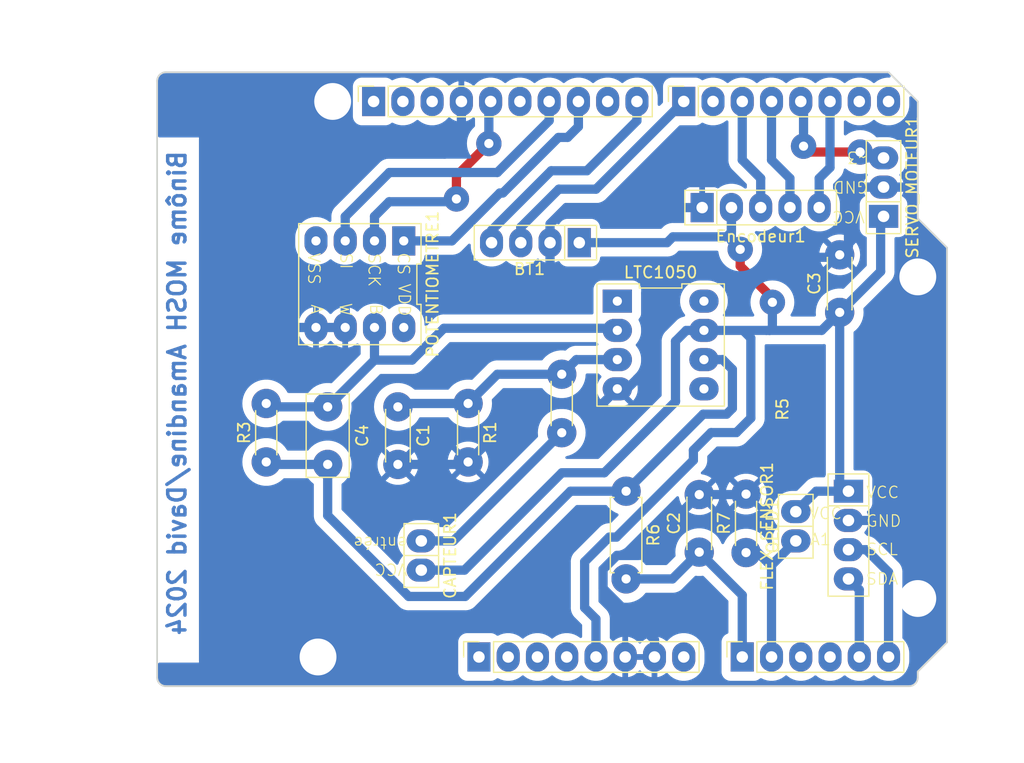
<source format=kicad_pcb>
(kicad_pcb (version 20221018) (generator pcbnew)
  (title_block (date "mar. 31 mars 2015"))
  (layers (0 "F.Cu" signal) (31 "B.Cu" signal) (34 "B.Paste" user) (35 "F.Paste" user) (36 "B.SilkS" user "B.Silkscreen") (37 "F.SilkS" user "F.Silkscreen") (38 "B.Mask" user) (39 "F.Mask" user) (44 "Edge.Cuts" user))
  (net 0 "")
  (net 1 "GND")
  (net 3 "+5V")
  (net 4 "/IOREF")
  (net 5 "/A2")
  (net 6 "/A3")
  (net 7 "Net-(LTC1050-+IN)")
  (net 8 "/12")
  (net 9 "/AREF")
  (net 10 "R2")
  (net 11 "Net-(LTC1050-OUT)")
  (net 12 "Net-(CAPTEUR1-entrée)")
  (net 13 "A4")
  (net 14 "/*6")
  (net 15 "/TX{slash}1")
  (net 16 "D3")
  (net 17 "/RX{slash}0")
  (net 18 "+3V3")
  (net 19 "VCC")
  (net 20 "/~{RESET}")
  (net 24 "/*9")
  (net 25 "TXD")
  (net 26 "RXD")
  (net 27 "SW")
  (net 28 "DATA")
  (net 29 "CLK")
  (net 30 "SCL")
  (net 31 "SCK")
  (net 32 "SI")
  (net 33 "CS")
  (net 34 "A0")
  (net 35 "A1")
  (footprint "Connector_PinSocket_2.54mm:PinSocket_1x08_P2.54mm_Vertical" (layer "F.Cu") (at 127.94 97.46 90)
    (fp_text reference "J1" hide)
    (fp_text value "Power")
    (fp_line (start -1.33 1.27) (end -1.33 19.11) (stroke (width 0.12)) (layer "F.SilkS"))
    (fp_line (start -1.33 1.27) (end 1.33 1.27) (stroke (width 0.12)) (layer "F.SilkS"))
    (fp_line (start -1.33 19.11) (end 1.33 19.11) (stroke (width 0.12)) (layer "F.SilkS"))
    (fp_line (start 0 -1.33) (end 1.33 -1.33) (stroke (width 0.12)) (layer "F.SilkS"))
    (fp_line (start 1.33 -1.33) (end 1.33 0) (stroke (width 0.12)) (layer "F.SilkS"))
    (fp_line (start 1.33 1.27) (end 1.33 19.11) (stroke (width 0.12)) (layer "F.SilkS"))
    (pad "1" thru_hole rect locked (at 0 0 90) (size 2.54 2) (drill 1) (layers "*.Cu" "*.Mask"))
    (pad "2" thru_hole oval locked (at 0 2.54 90) (size 2.54 2) (drill 1) (layers "*.Cu" "*.Mask") (net 4 "/IOREF"))
    (pad "3" thru_hole oval locked (at 0 5.08 90) (size 2.54 2) (drill 1) (layers "*.Cu" "*.Mask") (net 20 "/~{RESET}"))
    (pad "4" thru_hole oval locked (at 0 7.62 90) (size 2.54 2) (drill 1) (layers "*.Cu" "*.Mask") (net 18 "+3V3"))
    (pad "5" thru_hole oval locked (at 0 10.16 90) (size 2.54 2) (drill 1) (layers "*.Cu" "*.Mask") (net 3 "+5V"))
    (pad "6" thru_hole oval locked (at 0 12.7 90) (size 2.54 2) (drill 1) (layers "*.Cu" "*.Mask") (net 1 "GND"))
    (pad "7" thru_hole oval locked (at 0 15.24 90) (size 2.54 2) (drill 1) (layers "*.Cu" "*.Mask") (net 1 "GND"))
    (pad "8" thru_hole oval locked (at 0 17.78 90) (size 2.54 2) (drill 1) (layers "*.Cu" "*.Mask") (net 19 "VCC"))
  )
  (footprint "Connector_PinSocket_2.54mm:PinSocket_1x06_P2.54mm_Vertical" (layer "F.Cu") (at 150.8 97.46 90)
    (fp_text reference "J3" hide)
    (fp_text value "Analog")
    (fp_line (start -1.33 1.27) (end -1.33 14.03) (stroke (width 0.12)) (layer "F.SilkS"))
    (fp_line (start -1.33 1.27) (end 1.33 1.27) (stroke (width 0.12)) (layer "F.SilkS"))
    (fp_line (start -1.33 14.03) (end 1.33 14.03) (stroke (width 0.12)) (layer "F.SilkS"))
    (fp_line (start 0 -1.33) (end 1.33 -1.33) (stroke (width 0.12)) (layer "F.SilkS"))
    (fp_line (start 1.33 -1.33) (end 1.33 0) (stroke (width 0.12)) (layer "F.SilkS"))
    (fp_line (start 1.33 1.27) (end 1.33 14.03) (stroke (width 0.12)) (layer "F.SilkS"))
    (pad "1" thru_hole rect locked (at 0 0 90) (size 2.54 2) (drill 1) (layers "*.Cu" "*.Mask") (net 34 "A0"))
    (pad "2" thru_hole oval locked (at 0 2.54 90) (size 2.54 2) (drill 1) (layers "*.Cu" "*.Mask") (net 35 "A1"))
    (pad "3" thru_hole oval locked (at 0 5.08 90) (size 2.54 2) (drill 1) (layers "*.Cu" "*.Mask") (net 5 "/A2"))
    (pad "4" thru_hole oval locked (at 0 7.62 90) (size 2.54 2) (drill 1) (layers "*.Cu" "*.Mask") (net 6 "/A3"))
    (pad "5" thru_hole oval locked (at 0 10.16 90) (size 2.54 2) (drill 1) (layers "*.Cu" "*.Mask") (net 13 "A4"))
    (pad "6" thru_hole oval locked (at 0 12.7 90) (size 2.54 2) (drill 1) (layers "*.Cu" "*.Mask") (net 30 "SCL"))
  )
  (footprint "Connector_PinSocket_2.54mm:PinSocket_1x10_P2.54mm_Vertical" (layer "F.Cu") (at 118.796 49.2 90)
    (fp_text reference "J2" hide)
    (fp_text value "Digital/PWM")
    (fp_line (start -1.33 1.27) (end -1.33 24.19) (stroke (width 0.12)) (layer "F.SilkS"))
    (fp_line (start -1.33 1.27) (end 1.33 1.27) (stroke (width 0.12)) (layer "F.SilkS"))
    (fp_line (start -1.33 24.19) (end 1.33 24.19) (stroke (width 0.12)) (layer "F.SilkS"))
    (fp_line (start 0 -1.33) (end 1.33 -1.33) (stroke (width 0.12)) (layer "F.SilkS"))
    (fp_line (start 1.33 -1.33) (end 1.33 0) (stroke (width 0.12)) (layer "F.SilkS"))
    (fp_line (start 1.33 1.27) (end 1.33 24.19) (stroke (width 0.12)) (layer "F.SilkS"))
    (pad "1" thru_hole rect locked (at 0 0 90) (size 2.54 2) (drill 1) (layers "*.Cu" "*.Mask") (net 30 "SCL"))
    (pad "2" thru_hole oval locked (at 0 2.54 90) (size 2.54 2) (drill 1) (layers "*.Cu" "*.Mask") (net 13 "A4"))
    (pad "3" thru_hole oval locked (at 0 5.08 90) (size 2.54 2) (drill 1) (layers "*.Cu" "*.Mask") (net 9 "/AREF"))
    (pad "4" thru_hole oval locked (at 0 7.62 90) (size 2.54 2) (drill 1) (layers "*.Cu" "*.Mask") (net 1 "GND"))
    (pad "5" thru_hole oval locked (at 0 10.16 90) (size 2.54 2) (drill 1) (layers "*.Cu" "*.Mask") (net 31 "SCK"))
    (pad "6" thru_hole oval locked (at 0 12.7 90) (size 2.54 2) (drill 1) (layers "*.Cu" "*.Mask") (net 8 "/12"))
    (pad "7" thru_hole oval locked (at 0 15.24 90) (size 2.54 2) (drill 1) (layers "*.Cu" "*.Mask") (net 32 "SI"))
    (pad "8" thru_hole oval locked (at 0 17.78 90) (size 2.54 2) (drill 1) (layers "*.Cu" "*.Mask") (net 33 "CS"))
    (pad "9" thru_hole oval locked (at 0 20.32 90) (size 2.54 2) (drill 1) (layers "*.Cu" "*.Mask") (net 24 "/*9"))
    (pad "10" thru_hole oval locked (at 0 22.86 90) (size 2.54 2) (drill 1) (layers "*.Cu" "*.Mask") (net 26 "RXD"))
  )
  (footprint "Connector_PinSocket_2.54mm:PinSocket_1x08_P2.54mm_Vertical" (layer "F.Cu") (at 145.72 49.2 90)
    (fp_text reference "J4" hide)
    (fp_text value "Digital/PWM")
    (fp_line (start -1.33 1.27) (end -1.33 19.11) (stroke (width 0.12)) (layer "F.SilkS"))
    (fp_line (start -1.33 1.27) (end 1.33 1.27) (stroke (width 0.12)) (layer "F.SilkS"))
    (fp_line (start -1.33 19.11) (end 1.33 19.11) (stroke (width 0.12)) (layer "F.SilkS"))
    (fp_line (start 0 -1.33) (end 1.33 -1.33) (stroke (width 0.12)) (layer "F.SilkS"))
    (fp_line (start 1.33 -1.33) (end 1.33 0) (stroke (width 0.12)) (layer "F.SilkS"))
    (fp_line (start 1.33 1.27) (end 1.33 19.11) (stroke (width 0.12)) (layer "F.SilkS"))
    (pad "1" thru_hole rect locked (at 0 0 90) (size 2.54 2) (drill 1) (layers "*.Cu" "*.Mask") (net 25 "TXD"))
    (pad "2" thru_hole oval locked (at 0 2.54 90) (size 2.54 2) (drill 1) (layers "*.Cu" "*.Mask") (net 14 "/*6"))
    (pad "3" thru_hole oval locked (at 0 5.08 90) (size 2.54 2) (drill 1) (layers "*.Cu" "*.Mask") (net 27 "SW"))
    (pad "4" thru_hole oval locked (at 0 7.62 90) (size 2.54 2) (drill 1) (layers "*.Cu" "*.Mask") (net 28 "DATA"))
    (pad "5" thru_hole oval locked (at 0 10.16 90) (size 2.54 2) (drill 1) (layers "*.Cu" "*.Mask") (net 16 "D3"))
    (pad "6" thru_hole oval locked (at 0 12.7 90) (size 2.54 2) (drill 1) (layers "*.Cu" "*.Mask") (net 29 "CLK"))
    (pad "7" thru_hole oval locked (at 0 15.24 90) (size 2.54 2) (drill 1) (layers "*.Cu" "*.Mask") (net 15 "/TX{slash}1"))
    (pad "8" thru_hole oval locked (at 0 17.78 90) (size 2.54 2) (drill 1) (layers "*.Cu" "*.Mask") (net 17 "/RX{slash}0"))
  )
  (footprint "Ma_Librairie_empreinte_graphene:BT" (layer "F.Cu") (at 132.842 61.468 180)
    (fp_text reference "BT1" (at 0.508 -2.286) (layer "F.SilkS"))
    (fp_text value "~")
    (fp_line (start -5.31 -1.5) (end 5.31 -1.5) (stroke (width 0.12)) (layer "F.SilkS"))
    (fp_line (start -5.31 1.5) (end -5.31 -1.5) (stroke (width 0.12)) (layer "F.SilkS"))
    (fp_line (start -2.54 -1.5) (end -2.54 1.5) (stroke (width 0.12)) (layer "F.SilkS"))
    (fp_line (start 5.31 -1.5) (end 5.31 1.5) (stroke (width 0.12)) (layer "F.SilkS"))
    (fp_line (start 5.31 1.5) (end -5.31 1.5) (stroke (width 0.12)) (layer "F.SilkS"))
    (pad "1" thru_hole rect (at -3.81 0 180) (size 2 2.54) (drill 1) (layers "*.Cu" "*.Mask") (net 3 "+5V"))
    (pad "2" thru_hole oval (at -1.27 0 180) (size 2 2.54) (drill 1) (layers "*.Cu" "*.Mask") (net 1 "GND"))
    (pad "3" thru_hole oval (at 1.27 0 180) (size 2 2.54) (drill 1) (layers "*.Cu" "*.Mask") (net 25 "TXD"))
    (pad "4" thru_hole oval (at 3.81 0 180) (size 2 2.54) (drill 1) (layers "*.Cu" "*.Mask") (net 26 "RXD"))
  )
  (footprint "Ma_Librairie_empreinte_graphene:Flex_Sensor" (layer "F.Cu") (at 155.448 86.106 -90)
    (fp_text reference "FLEX_SENSOR1" (at 0 2.5 90) (layer "F.SilkS"))
    (fp_text value "~")
    (fp_text user "A1" (at 1.7272 -1.1684 unlocked) (layer "F.SilkS") (effects (font (thickness 0.1)) (justify left bottom)))
    (fp_text user "VCC" (at -0.5334 -1.0922 unlocked) (layer "F.SilkS") (effects (font (thickness 0.1)) (justify left bottom)))
    (fp_line (start -2.77 -1.5) (end 2.77 -1.5) (stroke (width 0.12)) (layer "F.SilkS"))
    (fp_line (start -2.77 1.5) (end -2.77 -1.5) (stroke (width 0.12)) (layer "F.SilkS"))
    (fp_line (start 0 -1.5) (end 0 1.5) (stroke (width 0.12)) (layer "F.SilkS"))
    (fp_line (start 2.77 -1.5) (end 2.77 1.5) (stroke (width 0.12)) (layer "F.SilkS"))
    (fp_line (start 2.77 1.5) (end -2.77 1.5) (stroke (width 0.12)) (layer "F.SilkS"))
    (pad "1" thru_hole oval (at -1.27 0 270) (size 2 2.54) (drill 1) (layers "*.Cu" "*.Mask") (net 3 "+5V"))
    (pad "2" thru_hole oval (at 1.27 0 270) (size 2 2.54) (drill 1) (layers "*.Cu" "*.Mask") (net 35 "A1"))
  )
  (footprint "Resistor_THT:R_Axial_DIN0204_L3.6mm_D1.6mm_P5.08mm_Horizontal" (layer "F.Cu") (at 109.474 80.518 90)
    (fp_text reference "R3" (at 2.54 -1.92 90) (layer "F.SilkS"))
    (fp_text value "100k")
    (fp_line (start 0.62 -0.92) (end 4.46 -0.92) (stroke (width 0.12)) (layer "F.SilkS"))
    (fp_line (start 0.62 0.92) (end 4.46 0.92) (stroke (width 0.12)) (layer "F.SilkS"))
    (pad "1" thru_hole circle (at 0 0 90) (size 2.54 2.54) (drill 0.8) (layers "*.Cu" "*.Mask") (net 11 "Net-(LTC1050-OUT)"))
    (pad "2" thru_hole circle (at 5.08 0 90) (size 2.54 2.54) (drill 0.8) (layers "*.Cu" "*.Mask") (net 10 "R2"))
  )
  (footprint "Resistor_THT:R_Axial_DIN0204_L3.6mm_D1.6mm_P5.08mm_Horizontal" (layer "F.Cu") (at 135.128 77.978 90)
    (fp_text reference "R5" (at 2.032 19.162 90) (layer "F.SilkS"))
    (fp_text value "10k")
    (fp_line (start 0.62 -0.92) (end 4.46 -0.92) (stroke (width 0.12)) (layer "F.SilkS"))
    (fp_line (start 0.62 0.92) (end 4.46 0.92) (stroke (width 0.12)) (layer "F.SilkS"))
    (pad "1" thru_hole circle (at 0 0 90) (size 2.54 2.54) (drill 0.8) (layers "*.Cu" "*.Mask") (net 12 "Net-(CAPTEUR1-entrée)"))
    (pad "2" thru_hole circle (at 5.08 0 90) (size 2.54 2.54) (drill 0.8) (layers "*.Cu" "*.Mask") (net 7 "Net-(LTC1050-+IN)"))
  )
  (footprint "Capacitor_THT:C_Disc_D4.3mm_W1.9mm_P5.00mm" (layer "F.Cu") (at 120.904 75.732 -90)
    (fp_text reference "C1" (at 2.5 -2.2 -270) (layer "F.SilkS"))
    (fp_text value "100n")
    (fp_line (start 0.23 -1.07) (end 0.23 -1.055) (stroke (width 0.12)) (layer "F.SilkS"))
    (fp_line (start 0.23 -1.07) (end 4.77 -1.07) (stroke (width 0.12)) (layer "F.SilkS"))
    (fp_line (start 0.23 1.055) (end 0.23 1.07) (stroke (width 0.12)) (layer "F.SilkS"))
    (fp_line (start 0.23 1.07) (end 4.77 1.07) (stroke (width 0.12)) (layer "F.SilkS"))
    (fp_line (start 4.77 -1.07) (end 4.77 -1.055) (stroke (width 0.12)) (layer "F.SilkS"))
    (fp_line (start 4.77 1.055) (end 4.77 1.07) (stroke (width 0.12)) (layer "F.SilkS"))
    (pad "1" thru_hole circle (at 0 0 270) (size 2.54 2.54) (drill 0.8) (layers "*.Cu" "*.Mask") (net 7 "Net-(LTC1050-+IN)"))
    (pad "2" thru_hole circle (at 5 0 270) (size 2.54 2.54) (drill 0.8) (layers "*.Cu" "*.Mask") (net 1 "GND"))
  )
  (footprint "Capacitor_THT:C_Disc_D4.3mm_W1.9mm_P5.00mm" (layer "F.Cu") (at 159.258 67.524 90)
    (fp_text reference "C3" (at 2.5 -2.2 90) (layer "F.SilkS"))
    (fp_text value "100n")
    (fp_line (start 0.23 -1.07) (end 0.23 -1.055) (stroke (width 0.12)) (layer "F.SilkS"))
    (fp_line (start 0.23 -1.07) (end 4.77 -1.07) (stroke (width 0.12)) (layer "F.SilkS"))
    (fp_line (start 0.23 1.055) (end 0.23 1.07) (stroke (width 0.12)) (layer "F.SilkS"))
    (fp_line (start 0.23 1.07) (end 4.77 1.07) (stroke (width 0.12)) (layer "F.SilkS"))
    (fp_line (start 4.77 -1.07) (end 4.77 -1.055) (stroke (width 0.12)) (layer "F.SilkS"))
    (fp_line (start 4.77 1.055) (end 4.77 1.07) (stroke (width 0.12)) (layer "F.SilkS"))
    (pad "1" thru_hole circle (at 0 0 90) (size 2.54 2.54) (drill 0.8) (layers "*.Cu" "*.Mask") (net 3 "+5V"))
    (pad "2" thru_hole circle (at 5 0 90) (size 2.54 2.54) (drill 0.8) (layers "*.Cu" "*.Mask") (net 1 "GND"))
  )
  (footprint "Arduino_MountingHole:MountingHole_3.2mm" (layer "F.Cu") (at 115.24 49.2)
    (fp_text reference "MH1" hide)
    (fp_text value "MountingHole_3.2mm" hide)
    (pad "" np_thru_hole circle locked (at 0 0) (size 3.2 3.2) (drill 3.2) (layers "*.Cu" "*.Mask"))
  )
  (footprint "Ma_Librairie_empreinte_graphene:MCP41050" (layer "F.Cu") (at 117.602 65.074 180)
    (fp_text reference "POTENTIOMETRE1" (at -6.31 0 90) (layer "F.SilkS"))
    (fp_text value "~")
    (fp_text user "CS" (at -3.2004 2.8194 270 unlocked) (layer "F.SilkS") (effects (font (thickness 0.1)) (justify left bottom)))
    (fp_text user "A" (at 4.318 -1.6764 270 unlocked) (layer "F.SilkS") (effects (font (thickness 0.1)) (justify left bottom)))
    (fp_text user "SI" (at 1.778 2.794 270 unlocked) (layer "F.SilkS") (effects (font (thickness 0.1)) (justify left bottom)))
    (fp_text user "VDD" (at -3.2766 0.127 270 unlocked) (layer "F.SilkS") (effects (font (thickness 0.1)) (justify left bottom)))
    (fp_text user "W" (at 1.8288 -1.5494 270 unlocked) (layer "F.SilkS") (effects (font (thickness 0.1)) (justify left bottom)))
    (fp_text user "B" (at -0.8128 -1.6256 270 unlocked) (layer "F.SilkS") (effects (font (thickness 0.1)) (justify left bottom)))
    (fp_text user "VSS" (at 4.572 2.794 270 unlocked) (layer "F.SilkS") (effects (font (thickness 0.1)) (justify left bottom)))
    (fp_text user "SCK" (at -0.6604 2.7686 270 unlocked) (layer "F.SilkS") (effects (font (thickness 0.1)) (justify left bottom)))
    (fp_line (start -5.31 -5.26) (end -5.31 -1.753333) (stroke (width 0.12)) (layer "F.SilkS"))
    (fp_line (start -5.31 -1.753333) (end -4.95 -1.753333) (stroke (width 0.12)) (layer "F.SilkS"))
    (fp_line (start -5.31 1.753333) (end -5.31 5.26) (stroke (width 0.12)) (layer "F.SilkS"))
    (fp_line (start -5.31 5.26) (end 5.31 5.26) (stroke (width 0.12)) (layer "F.SilkS"))
    (fp_line (start -4.95 -1.753333) (end -4.95 1.753333) (stroke (width 0.12)) (layer "F.SilkS"))
    (fp_line (start -4.95 1.753333) (end -5.31 1.753333) (stroke (width 0.12)) (layer "F.SilkS"))
    (fp_line (start 5.31 -5.26) (end -5.31 -5.26) (stroke (width 0.12)) (layer "F.SilkS"))
    (fp_line (start 5.31 5.26) (end 5.31 -5.26) (stroke (width 0.12)) (layer "F.SilkS"))
    (pad "1" thru_hole rect (at -3.81 3.76 180) (size 2 2.54) (drill 0.8) (layers "*.Cu" "*.Mask") (net 33 "CS"))
    (pad "2" thru_hole oval (at -1.27 3.76 180) (size 2 2.54) (drill 0.8) (layers "*.Cu" "*.Mask") (net 31 "SCK"))
    (pad "3" thru_hole oval (at 1.27 3.76 180) (size 2 2.54) (drill 0.8) (layers "*.Cu" "*.Mask") (net 32 "SI"))
    (pad "4" thru_hole oval (at 3.81 3.76 180) (size 2 2.54) (drill 0.8) (layers "*.Cu" "*.Mask"))
    (pad "5" thru_hole oval (at 3.81 -3.76 180) (size 2 2.54) (drill 0.8) (layers "*.Cu" "*.Mask") (net 1 "GND"))
    (pad "6" thru_hole oval (at 1.27 -3.76 180) (size 2 2.54) (drill 0.8) (layers "*.Cu" "*.Mask") (net 1 "GND"))
    (pad "7" thru_hole oval (at -1.27 -3.76 180) (size 2 2.54) (drill 0.8) (layers "*.Cu" "*.Mask") (net 10 "R2"))
    (pad "8" thru_hole oval (at -3.81 -3.76 180) (size 2 2.54) (drill 0.8) (layers "*.Cu" "*.Mask"))
  )
  (footprint "Ma_Librairie_empreinte_graphene:OLED-2864" (layer "F.Cu") (at 160.02 86.868 -90)
    (fp_text reference "OLED1" (at -0.762 6.58 90) (layer "F.SilkS"))
    (fp_text value "~")
    (fp_text user "GND" (at -0.635 -1.4732 unlocked) (layer "F.SilkS") (effects (font (thickness 0.1)) (justify left bottom)))
    (fp_text user "SDA" (at 4.3942 -1.4478 unlocked) (layer "F.SilkS") (effects (font (thickness 0.1)) (justify left bottom)))
    (fp_text user "SCL" (at 1.8288 -1.4732 unlocked) (layer "F.SilkS") (effects (font (thickness 0.1)) (justify left bottom)))
    (fp_text user "VCC" (at -3.1242 -1.4732 unlocked) (layer "F.SilkS") (effects (font (thickness 0.1)) (justify left bottom)))
    (fp_line (start -5.31 -1.77) (end 5.31 -1.77) (stroke (width 0.12)) (layer "F.SilkS"))
    (fp_line (start -5.31 1.77) (end -5.31 -1.77) (stroke (width 0.12)) (layer "F.SilkS"))
    (fp_line (start -2.54 -1.77) (end -2.54 1.77) (stroke (width 0.12)) (layer "F.SilkS"))
    (fp_line (start 5.31 -1.77) (end 5.31 1.77) (stroke (width 0.12)) (layer "F.SilkS"))
    (fp_line (start 5.31 1.77) (end -5.31 1.77) (stroke (width 0.12)) (layer "F.SilkS"))
    (pad "1" thru_hole rect (at -3.81 0 270) (size 2 2.54) (drill 1) (layers "*.Cu" "*.Mask") (net 3 "+5V"))
    (pad "2" thru_hole oval (at -1.27 0 270) (size 2 2.54) (drill 1) (layers "*.Cu" "*.Mask") (net 1 "GND"))
    (pad "3" thru_hole oval (at 1.27 0 270) (size 2 2.54) (drill 1) (layers "*.Cu" "*.Mask") (net 30 "SCL"))
    (pad "4" thru_hole oval (at 3.81 0 270) (size 2 2.54) (drill 1) (layers "*.Cu" "*.Mask") (net 13 "A4"))
  )
  (footprint "Ma_Librairie_empreinte_graphene:Servo_moteur" (layer "F.Cu") (at 163.068 56.642 90)
    (fp_text reference "SERVO_MOTEUR1" (at 0 2.5 90) (layer "F.SilkS"))
    (fp_text value "~")
    (fp_text user "GND" (at 0.6096 -1.27 180 unlocked) (layer "F.SilkS") (effects (font (thickness 0.1)) (justify left bottom)))
    (fp_text user "~3" (at 3.175 -1.4478 180 unlocked) (layer "F.SilkS") (effects (font (thickness 0.1)) (justify left bottom)))
    (fp_text user "VCC" (at -1.9812 -1.5494 180 unlocked) (layer "F.SilkS") (effects (font (thickness 0.1)) (justify left bottom)))
    (fp_line (start -4.04 -1.5) (end 4.04 -1.5) (stroke (width 0.12)) (layer "F.SilkS"))
    (fp_line (start -4.04 1.5) (end -4.04 -1.5) (stroke (width 0.12)) (layer "F.SilkS"))
    (fp_line (start -1.27 -1.5) (end -1.27 1.5) (stroke (width 0.12)) (layer "F.SilkS"))
    (fp_line (start 4.04 -1.5) (end 4.04 1.5) (stroke (width 0.12)) (layer "F.SilkS"))
    (fp_line (start 4.04 1.5) (end -4.04 1.5) (stroke (width 0.12)) (layer "F.SilkS"))
    (pad "1" thru_hole rect (at -2.54 0 90) (size 2 2.54) (drill 1) (layers "*.Cu" "*.Mask") (net 3 "+5V"))
    (pad "2" thru_hole oval (at 0 0 90) (size 2 2.54) (drill 1) (layers "*.Cu" "*.Mask") (net 1 "GND"))
    (pad "3" thru_hole oval (at 2.54 0 90) (size 2 2.54) (drill 1) (layers "*.Cu" "*.Mask") (net 16 "D3"))
  )
  (footprint "Ma_Librairie_empreinte_graphene:Encoder KY-040" (layer "F.Cu") (at 152.4 58.42)
    (fp_text reference "Encodeur1" (at 0 2.5) (layer "F.SilkS"))
    (fp_text value "~")
    (fp_line (start -6.58 -1.5) (end 6.58 -1.5) (stroke (width 0.12)) (layer "F.SilkS"))
    (fp_line (start -6.58 1.5) (end -6.58 -1.5) (stroke (width 0.12)) (layer "F.SilkS"))
    (fp_line (start -3.81 -1.5) (end -3.81 1.5) (stroke (width 0.12)) (layer "F.SilkS"))
    (fp_line (start 6.58 -1.5) (end 6.58 1.5) (stroke (width 0.12)) (layer "F.SilkS"))
    (fp_line (start 6.58 1.5) (end -6.58 1.5) (stroke (width 0.12)) (layer "F.SilkS"))
    (pad "1" thru_hole rect (at -5.08 0) (size 2 2.54) (drill 1) (layers "*.Cu" "*.Mask") (net 1 "GND"))
    (pad "2" thru_hole oval (at -2.54 0) (size 2 2.54) (drill 1) (layers "*.Cu" "*.Mask") (net 3 "+5V"))
    (pad "3" thru_hole oval (at 0 0) (size 2 2.54) (drill 1) (layers "*.Cu" "*.Mask") (net 27 "SW"))
    (pad "4" thru_hole oval (at 2.54 0) (size 2 2.54) (drill 1) (layers "*.Cu" "*.Mask") (net 28 "DATA"))
    (pad "5" thru_hole oval (at 5.08 0) (size 2 2.54) (drill 1) (layers "*.Cu" "*.Mask") (net 29 "CLK"))
  )
  (footprint "Ma_Librairie_empreinte_graphene:AOP-LTC1050" (layer "F.Cu") (at 143.714 70.358 -90)
    (fp_text reference "LTC1050" (at -6.31 0) (layer "F.SilkS"))
    (fp_text value "~")
    (fp_line (start -5.31 -5.53) (end -5.31 -1.843333) (stroke (width 0.12)) (layer "F.SilkS"))
    (fp_line (start -5.31 -1.843333) (end -4.95 -1.843333) (stroke (width 0.12)) (layer "F.SilkS"))
    (fp_line (start -5.31 1.843333) (end -5.31 5.53) (stroke (width 0.12)) (layer "F.SilkS"))
    (fp_line (start -5.31 5.53) (end 5.31 5.53) (stroke (width 0.12)) (layer "F.SilkS"))
    (fp_line (start -4.95 -1.843333) (end -4.95 1.843333) (stroke (width 0.12)) (layer "F.SilkS"))
    (fp_line (start -4.95 1.843333) (end -5.31 1.843333) (stroke (width 0.12)) (layer "F.SilkS"))
    (fp_line (start 5.31 -5.53) (end -5.31 -5.53) (stroke (width 0.12)) (layer "F.SilkS"))
    (fp_line (start 5.31 5.53) (end 5.31 -5.53) (stroke (width 0.12)) (layer "F.SilkS"))
    (pad "1" thru_hole rect (at -3.81 3.76 270) (size 2 2.54) (drill 0.8) (layers "*.Cu" "*.Mask"))
    (pad "2" thru_hole oval (at -1.27 3.76 270) (size 2 2.54) (drill 0.8) (layers "*.Cu" "*.Mask") (net 10 "R2"))
    (pad "3" thru_hole oval (at 1.27 3.76 270) (size 2 2.54) (drill 0.8) (layers "*.Cu" "*.Mask") (net 7 "Net-(LTC1050-+IN)"))
    (pad "4" thru_hole oval (at 3.81 3.76 270) (size 2 2.54) (drill 0.8) (layers "*.Cu" "*.Mask") (net 1 "GND"))
    (pad "5" thru_hole oval (at 3.81 -3.76 270) (size 2 2.54) (drill 0.8) (layers "*.Cu" "*.Mask"))
    (pad "6" thru_hole oval (at 1.27 -3.76 270) (size 2 2.54) (drill 0.8) (layers "*.Cu" "*.Mask") (net 11 "Net-(LTC1050-OUT)"))
    (pad "7" thru_hole oval (at -1.27 -3.76 270) (size 2 2.54) (drill 0.8) (layers "*.Cu" "*.Mask") (net 3 "+5V"))
    (pad "8" thru_hole oval (at -3.81 -3.76 270) (size 2 2.54) (drill 0.8) (layers "*.Cu" "*.Mask"))
  )
  (footprint "Ma_Librairie_empreinte_graphene:capteur" (layer "F.Cu") (at 122.936 88.646 90)
    (fp_text reference "CAPTEUR1" (at 0 2.5 90) (layer "F.SilkS"))
    (fp_text value "~")
    (fp_text user "entrée" (at 1.7018 -1.1684 180 unlocked) (layer "F.SilkS") (effects (font (thickness 0.1)) (justify left bottom)))
    (fp_text user "VCC" (at -0.6096 -1.143 180 unlocked) (layer "F.SilkS") (effects (font (thickness 0.1)) (justify left bottom)))
    (fp_line (start -2.77 -1.5) (end 2.77 -1.5) (stroke (width 0.12)) (layer "F.SilkS"))
    (fp_line (start -2.77 1.5) (end -2.77 -1.5) (stroke (width 0.12)) (layer "F.SilkS"))
    (fp_line (start 0 -1.5) (end 0 1.5) (stroke (width 0.12)) (layer "F.SilkS"))
    (fp_line (start 2.77 -1.5) (end 2.77 1.5) (stroke (width 0.12)) (layer "F.SilkS"))
    (fp_line (start 2.77 1.5) (end -2.77 1.5) (stroke (width 0.12)) (layer "F.SilkS"))
    (pad "1" thru_hole oval (at -1.27 0 90) (size 2 2.54) (drill 1) (layers "*.Cu" "*.Mask") (net 3 "+5V"))
    (pad "2" thru_hole oval (at 1.27 0 90) (size 2 2.54) (drill 1) (layers "*.Cu" "*.Mask") (net 12 "Net-(CAPTEUR1-entrée)"))
  )
  (footprint "Resistor_THT:R_Axial_DIN0204_L3.6mm_D1.6mm_P5.08mm_Horizontal" (layer "F.Cu") (at 127 75.438 -90)
    (fp_text reference "R1" (at 2.54 -1.92 90) (layer "F.SilkS"))
    (fp_text value "100k")
    (fp_line (start 0.62 -0.92) (end 4.46 -0.92) (stroke (width 0.12)) (layer "F.SilkS"))
    (fp_line (start 0.62 0.92) (end 4.46 0.92) (stroke (width 0.12)) (layer "F.SilkS"))
    (pad "1" thru_hole circle (at 0 0 270) (size 2.54 2.54) (drill 0.8) (layers "*.Cu" "*.Mask") (net 7 "Net-(LTC1050-+IN)"))
    (pad "2" thru_hole circle (at 5.08 0 270) (size 2.54 2.54) (drill 0.8) (layers "*.Cu" "*.Mask") (net 1 "GND"))
  )
  (footprint "Resistor_THT:R_Axial_DIN0204_L3.6mm_D1.6mm_P5.08mm_Horizontal" (layer "F.Cu") (at 151.13 88.392 90)
    (fp_text reference "R7" (at 2.54 -1.92 90) (layer "F.SilkS"))
    (fp_text value "10k")
    (fp_line (start 0.62 -0.92) (end 4.46 -0.92) (stroke (width 0.12)) (layer "F.SilkS"))
    (fp_line (start 0.62 0.92) (end 4.46 0.92) (stroke (width 0.12)) (layer "F.SilkS"))
    (pad "1" thru_hole circle (at 0 0 90) (size 2.54 2.54) (drill 0.8) (layers "*.Cu" "*.Mask") (net 35 "A1"))
    (pad "2" thru_hole circle (at 5.08 0 90) (size 2.54 2.54) (drill 0.8) (layers "*.Cu" "*.Mask") (net 1 "GND"))
  )
  (footprint "Capacitor_THT:C_Rect_L7.0mm_W3.5mm_P5.00mm" (layer "F.Cu") (at 114.808 75.732 -90)
    (fp_text reference "C4" (at 2.5 -3 -270) (layer "F.SilkS"))
    (fp_text value "1u")
    (fp_line (start -1.12 -1.87) (end -1.12 1.87) (stroke (width 0.12)) (layer "F.SilkS"))
    (fp_line (start -1.12 -1.87) (end 6.12 -1.87) (stroke (width 0.12)) (layer "F.SilkS"))
    (fp_line (start -1.12 1.87) (end 6.12 1.87) (stroke (width 0.12)) (layer "F.SilkS"))
    (fp_line (start 6.12 -1.87) (end 6.12 1.87) (stroke (width 0.12)) (layer "F.SilkS"))
    (pad "1" thru_hole circle (at 0 0 270) (size 2.54 2.54) (drill 0.8) (layers "*.Cu" "*.Mask") (net 10 "R2"))
    (pad "2" thru_hole circle (at 5 0 270) (size 2.54 2.54) (drill 0.8) (layers "*.Cu" "*.Mask") (net 11 "Net-(LTC1050-OUT)"))
  )
  (footprint "Arduino_MountingHole:MountingHole_3.2mm" (layer "F.Cu") (at 113.97 97.46)
    (fp_text reference "MH2" hide)
    (fp_text value "MountingHole_3.2mm" hide)
    (pad "" np_thru_hole circle locked (at 0 0) (size 3.2 3.2) (drill 3.2) (layers "*.Cu" "*.Mask"))
  )
  (footprint "Resistor_THT:R_Axial_DIN0207_L6.3mm_D2.5mm_P7.62mm_Horizontal" (layer "F.Cu") (at 140.716 83.058 -90)
    (fp_text reference "R6" (at 3.81 -2.37 -90) (layer "F.SilkS"))
    (fp_text value "1k")
    (fp_line (start 0.54 -1.37) (end 7.08 -1.37) (stroke (width 0.12)) (layer "F.SilkS"))
    (fp_line (start 0.54 -1.04) (end 0.54 -1.37) (stroke (width 0.12)) (layer "F.SilkS"))
    (fp_line (start 0.54 1.04) (end 0.54 1.37) (stroke (width 0.12)) (layer "F.SilkS"))
    (fp_line (start 0.54 1.37) (end 7.08 1.37) (stroke (width 0.12)) (layer "F.SilkS"))
    (fp_line (start 7.08 -1.37) (end 7.08 -1.04) (stroke (width 0.12)) (layer "F.SilkS"))
    (fp_line (start 7.08 1.37) (end 7.08 1.04) (stroke (width 0.12)) (layer "F.SilkS"))
    (pad "1" thru_hole circle (at 0 0 270) (size 2.54 2.54) (drill 0.8) (layers "*.Cu" "*.Mask") (net 11 "Net-(LTC1050-OUT)"))
    (pad "2" thru_hole circle (at 7.62 0 270) (size 2.54 2.54) (drill 0.8) (layers "*.Cu" "*.Mask") (net 34 "A0"))
  )
  (footprint "Arduino_MountingHole:MountingHole_3.2mm" (layer "F.Cu") (at 166.04 64.44)
    (fp_text reference "MH3" hide)
    (fp_text value "MountingHole_3.2mm" hide)
    (pad "" np_thru_hole circle locked (at 0 0) (size 3.2 3.2) (drill 3.2) (layers "*.Cu" "*.Mask"))
  )
  (footprint "Arduino_MountingHole:MountingHole_3.2mm" (layer "F.Cu") (at 166.04 92.38)
    (fp_text reference "MH4" hide)
    (fp_text value "MountingHole_3.2mm" hide)
    (pad "" np_thru_hole circle locked (at 0 0) (size 3.2 3.2) (drill 3.2) (layers "*.Cu" "*.Mask"))
  )
  (footprint "Capacitor_THT:C_Disc_D4.3mm_W1.9mm_P5.00mm" (layer "F.Cu") (at 147.066 88.352 90)
    (fp_text reference "C2" (at 2.5 -2.2 90) (layer "F.SilkS"))
    (fp_text value "100n")
    (fp_line (start 0.23 -1.07) (end 0.23 -1.055) (stroke (width 0.12)) (layer "F.SilkS"))
    (fp_line (start 0.23 -1.07) (end 4.77 -1.07) (stroke (width 0.12)) (layer "F.SilkS"))
    (fp_line (start 0.23 1.055) (end 0.23 1.07) (stroke (width 0.12)) (layer "F.SilkS"))
    (fp_line (start 0.23 1.07) (end 4.77 1.07) (stroke (width 0.12)) (layer "F.SilkS"))
    (fp_line (start 4.77 -1.07) (end 4.77 -1.055) (stroke (width 0.12)) (layer "F.SilkS"))
    (fp_line (start 4.77 1.055) (end 4.77 1.07) (stroke (width 0.12)) (layer "F.SilkS"))
    (pad "1" thru_hole circle (at 0 0 90) (size 2.54 2.54) (drill 0.8) (layers "*.Cu" "*.Mask") (net 34 "A0"))
    (pad "2" thru_hole circle (at 5 0 90) (size 2.54 2.54) (drill 0.8) (layers "*.Cu" "*.Mask") (net 1 "GND"))
  )
  (gr_line (start 166.04 59.36) (end 168.58 61.9) (stroke (width 0.15)) (layer "Edge.Cuts"))
  (gr_line (start 100 99.238) (end 100 47.422) (stroke (width 0.15)) (layer "Edge.Cuts"))
  (gr_line (start 168.58 61.9) (end 168.58 96.19) (stroke (width 0.15)) (layer "Edge.Cuts"))
  (gr_line (start 165.278 100) (end 100.762 100) (stroke (width 0.15)) (layer "Edge.Cuts"))
  (gr_line (start 100.762 46.66) (end 163.5 46.66) (stroke (width 0.15)) (layer "Edge.Cuts"))
  (gr_arc (start 100.762 100) (mid 100.223185 99.776815) (end 100 99.238) (stroke (width 0.15)) (layer "Edge.Cuts"))
  (gr_line (start 168.58 96.19) (end 166.04 98.73) (stroke (width 0.15)) (layer "Edge.Cuts"))
  (gr_line (start 163.5 46.66) (end 166.04 49.2) (stroke (width 0.15)) (layer "Edge.Cuts"))
  (gr_arc (start 166.04 99.238) (mid 165.816815 99.776815) (end 165.278 100) (stroke (width 0.15)) (layer "Edge.Cuts"))
  (gr_line (start 166.04 49.2) (end 166.04 59.36) (stroke (width 0.15)) (layer "Edge.Cuts"))
  (gr_line (start 166.04 98.73) (end 166.04 99.238) (stroke (width 0.15)) (layer "Edge.Cuts"))
  (gr_arc (start 100 47.422) (mid 100.223185 46.883185) (end 100.762 46.66) (stroke (width 0.15)) (layer "Edge.Cuts"))
  (gr_text "Binôme MOSH Amandine/David 2024 " (at 102.616 53.34 90) (layer "B.Cu") (effects (font (size 1.5 1.5) (thickness 0.3) bold) (justify left bottom mirror)))
  (segment (start 151.09 83.352) (end 151.13 83.312) (width 0.8) (layer "B.Cu") (net 1))
  (segment (start 168.04 63.608) (end 168.04 79.708) (width 0.8) (layer "B.Cu") (net 1))
  (segment (start 126.416 49.2) (end 126.416 52.321516) (width 0.8) (layer "B.Cu") (net 1))
  (segment (start 111.114 67.956) (end 111.992 68.834) (width 0.8) (layer "B.Cu") (net 1))
  (segment (start 165.538 61.106) (end 168.04 63.608) (width 0.8) (layer "B.Cu") (net 1))
  (segment (start 160.782 56.642) (end 160.02 57.404) (width 0.8) (layer "B.Cu") (net 1))
  (segment (start 132.01 75.508) (end 138.614 75.508) (width 0.8) (layer "B.Cu") (net 1))
  (segment (start 147.066 83.352) (end 151.09 83.352) (width 0.8) (layer "B.Cu") (net 1))
  (segment (start 159.044 62.738) (end 155.702 62.738) (width 0.8) (layer "B.Cu") (net 1))
  (segment (start 126.786 80.732) (end 127 80.518) (width 0.8) (layer "B.Cu") (net 1))
  (segment (start 159.258 62.524) (end 159.044 62.738) (width 0.8) (layer "B.Cu") (net 1))
  (segment (start 134.112 63.5) (end 134.112 64.786) (width 0.8) (layer "B.Cu") (net 1))
  (segment (start 143.932 64.348) (end 134.96 64.348) (width 0.8) (layer "B.Cu") (net 1))
  (segment (start 111.992 68.834) (end 113.792 68.834) (width 0.8) (layer "B.Cu") (net 1))
  (segment (start 140.79527 74.168) (end 139.954 74.168) (width 0.8) (layer "B.Cu") (net 1))
  (segment (start 116.916 65.964) (end 132.934 65.964) (width 0.8) (layer "B.Cu") (net 1))
  (segment (start 138.716 91.506428) (end 138.716 89.849572) (width 0.8) (layer "B.Cu") (net 1))
  (segment (start 143.932 64.348) (end 142.424 65.856) (width 0.8) (layer "B.Cu") (net 1))
  (segment (start 154.092 64.348) (end 143.932 64.348) (width 0.8) (layer "B.Cu") (net 1))
  (segment (start 113.792 68.834) (end 116.332 68.834) (width 0.8) (layer "B.Cu") (net 1))
  (segment (start 138.614 75.508) (end 139.954 74.168) (width 0.8) (layer "B.Cu") (net 1))
  (segment (start 138.716 89.849572) (end 139.919572 88.646) (width 0.8) (layer "B.Cu") (net 1))
  (segment (start 143.18 97.46) (end 143.18 95.970428) (width 0.8) (layer "B.Cu") (net 1))
  (segment (start 124.968 53.769516) (end 117.955214 53.769516) (width 0.8) (layer "B.Cu") (net 1))
  (segment (start 165.198 56.642) (end 165.538 56.982) (width 0.8) (layer "B.Cu") (net 1))
  (segment (start 160.02 61.762) (end 159.258 62.524) (width 0.8) (layer "B.Cu") (net 1))
  (segment (start 116.332 68.834) (end 116.332 66.548) (width 0.8) (layer "B.Cu") (net 1))
  (segment (start 163.068 56.642) (end 165.198 56.642) (width 0.8) (layer "B.Cu") (net 1))
  (segment (start 162.15 85.598) (end 160.02 85.598) (width 0.8) (layer "B.Cu") (net 1))
  (segment (start 127 80.518) (end 132.01 75.508) (width 0.8) (layer "B.Cu") (net 1))
  (segment (start 163.068 56.642) (end 160.782 56.642) (width 0.8) (layer "B.Cu") (net 1))
  (segment (start 116.332 66.548) (end 116.916 65.964) (width 0.8) (layer "B.Cu") (net 1))
  (segment (start 134.112 59.846) (end 135.538 58.42) (width 0.8) (layer "B.Cu") (net 1))
  (segment (start 143.18 95.970428) (end 138.716 91.506428) (width 0.8) (layer "B.Cu") (net 1))
  (segment (start 139.919572 88.646) (end 141.772 88.646) (width 0.8) (layer "B.Cu") (net 1))
  (segment (start 168.04 79.708) (end 162.15 85.598) (width 0.8) (layer "B.Cu") (net 1))
  (segment (start 111.114 60.61073) (end 111.114 67.956) (width 0.8) (layer "B.Cu") (net 1))
  (segment (start 142.424 72.53927) (end 140.79527 74.168) (width 0.8) (layer "B.Cu") (net 1))
  (segment (start 155.702 62.738) (end 154.092 64.348) (width 0.8) (layer "B.Cu") (net 1))
  (segment (start 142.424 65.856) (end 142.424 72.53927) (width 0.8) (layer "B.Cu") (net 1))
  (segment (start 126.416 52.321516) (end 124.968 53.769516) (width 0.8) (layer "B.Cu") (net 1))
  (segment (start 165.538 56.982) (end 165.538 61.106) (width 0.8) (layer "B.Cu") (net 1))
  (segment (start 147.32 58.42) (end 135.538 58.42) (width 0.8) (layer "B.Cu") (net 1))
  (segment (start 134.96 64.348) (end 134.112 63.5) (width 0.8) (layer "B.Cu") (net 1))
  (segment (start 134.112 61.468) (end 134.112 59.846) (width 0.8) (layer "B.Cu") (net 1))
  (segment (start 141.772 88.646) (end 147.066 83.352) (width 0.8) (layer "B.Cu") (net 1))
  (segment (start 134.112 61.468) (end 134.112 63.5) (width 0.8) (layer "B.Cu") (net 1))
  (segment (start 117.955214 53.769516) (end 111.114 60.61073) (width 0.8) (layer "B.Cu") (net 1))
  (segment (start 120.904 80.732) (end 126.786 80.732) (width 0.8) (layer "B.Cu") (net 1))
  (segment (start 160.02 57.404) (end 160.02 61.762) (width 0.8) (layer "B.Cu") (net 1))
  (segment (start 134.112 64.786) (end 132.934 65.964) (width 0.8) (layer "B.Cu") (net 1))
  (segment (start 150.622 62.0485) (end 150.622 63.5) (width 0.8) (layer "F.Cu") (net 3))
  (segment (start 153.416 66.294) (end 153.416 66.6475) (width 0.8) (layer "F.Cu") (net 3))
  (segment (start 150.622 63.5) (end 153.416 66.294) (width 0.8) (layer "F.Cu") (net 3))
  (via (at 153.416 66.6475) (size 2.2) (drill 0.8) (layers "F.Cu" "B.Cu") (net 3))
  (via (at 150.622 62.0485) (size 2.2) (drill 0.8) (layers "F.Cu" "B.Cu") (net 3))
  (segment (start 144.78 60.96) (end 144.272 61.468) (width 0.8) (layer "B.Cu") (net 3))
  (segment (start 135.141108 81.458) (end 138.822892 81.458) (width 0.8) (layer "B.Cu") (net 3))
  (segment (start 153.162 69.088) (end 152.908 69.088) (width 0.8) (layer "B.Cu") (net 3))
  (segment (start 157.226 83.058) (end 160.02 83.058) (width 0.8) (layer "B.Cu") (net 3))
  (segment (start 152.908 69.088) (end 150.876 69.088) (width 0.8) (layer "B.Cu") (net 3))
  (segment (start 149.86 61.2865) (end 150.622 62.0485) (width 0.8) (layer "B.Cu") (net 3))
  (segment (start 137.116 93.174) (end 137.16 93.218) (width 0.8) (layer "B.Cu") (net 3))
  (segment (start 138.822892 81.458) (end 145.004 75.276892) (width 0.8) (layer "B.Cu") (net 3))
  (segment (start 159.258 67.524) (end 162.814 63.968) (width 0.8) (layer "B.Cu") (net 3))
  (segment (start 139.25683 87.046) (end 137.116 89.18683) (width 0.8) (layer "B.Cu") (net 3))
  (segment (start 138.1 94.158) (end 137.16 93.218) (width 0.8) (layer "B.Cu") (net 3))
  (segment (start 145.004 70.028) (end 145.944 69.088) (width 0.8) (layer "B.Cu") (net 3))
  (segment (start 149.45 60.96) (end 144.78 60.96) (width 0.8) (layer "B.Cu") (net 3))
  (segment (start 150.0415 61.468) (end 150.622 62.0485) (width 0.8) (layer "B.Cu") (net 3))
  (segment (start 136.398 61.468) (end 137.16 61.468) (width 0.8) (layer "B.Cu") (net 3))
  (segment (start 159.258 67.524) (end 159.258 82.296) (width 0.8) (layer "B.Cu") (net 3))
  (segment (start 153.416 66.6475) (end 153.416 68.834) (width 0.8) (layer "B.Cu") (net 3))
  (segment (start 151.544 69.756) (end 151.544 76.708) (width 0.8) (layer "B.Cu") (net 3))
  (segment (start 145.004 75.276892) (end 145.004 75.184) (width 0.8) (layer "B.Cu") (net 3))
  (segment (start 153.416 68.834) (end 153.162 69.088) (width 0.8) (layer "B.Cu") (net 3))
  (segment (start 151.544 76.708) (end 150.284 77.968) (width 0.8) (layer "B.Cu") (net 3))
  (segment (start 157.694 69.088) (end 153.162 69.088) (width 0.8) (layer "B.Cu") (net 3))
  (segment (start 150.284 77.968) (end 148.092 77.968) (width 0.8) (layer "B.Cu") (net 3))
  (segment (start 159.258 67.524) (end 157.694 69.088) (width 0.8) (layer "B.Cu") (net 3))
  (segment (start 149.86 60.55) (end 149.45 60.96) (width 0.8) (layer "B.Cu") (net 3))
  (segment (start 155.448 84.836) (end 157.226 83.058) (width 0.8) (layer "B.Cu") (net 3))
  (segment (start 145.004 75.184) (end 145.004 70.028) (width 0.8) (layer "B.Cu") (net 3))
  (segment (start 162.814 63.968) (end 162.814 58.928) (width 0.8) (layer "B.Cu") (net 3))
  (segment (start 126.683108 89.916) (end 135.141108 81.458) (width 0.8) (layer "B.Cu") (net 3))
  (segment (start 138.1 97.46) (end 138.1 94.158) (width 0.8) (layer "B.Cu") (net 3))
  (segment (start 122.936 89.916) (end 126.683108 89.916) (width 0.8) (layer "B.Cu") (net 3))
  (segment (start 150.876 69.088) (end 147.474 69.088) (width 0.8) (layer "B.Cu") (net 3))
  (segment (start 150.876 69.088) (end 151.544 69.756) (width 0.8) (layer "B.Cu") (net 3))
  (segment (start 139.878892 87.046) (end 139.25683 87.046) (width 0.8) (layer "B.Cu") (net 3))
  (segment (start 148.092 77.968) (end 146.558 79.502) (width 0.8) (layer "B.Cu") (net 3))
  (segment (start 159.258 82.296) (end 160.02 83.058) (width 0.8) (layer "B.Cu") (net 3))
  (segment (start 146.558 80.366892) (end 139.878892 87.046) (width 0.8) (layer "B.Cu") (net 3))
  (segment (start 145.004 75.252) (end 145.004 75.184) (width 0.8) (layer "B.Cu") (net 3))
  (segment (start 149.86 58.42) (end 149.86 60.55) (width 0.8) (layer "B.Cu") (net 3))
  (segment (start 144.272 61.468) (end 136.652 61.468) (width 0.8) (layer "B.Cu") (net 3))
  (segment (start 137.116 89.18683) (end 137.116 93.174) (width 0.8) (layer "B.Cu") (net 3))
  (segment (start 149.86 58.42) (end 149.86 61.2865) (width 0.8) (layer "B.Cu") (net 3))
  (segment (start 146.558 79.502) (end 146.558 80.366892) (width 0.8) (layer "B.Cu") (net 3))
  (segment (start 145.944 69.088) (end 147.474 69.088) (width 0.8) (layer "B.Cu") (net 3))
  (segment (start 135.128 72.898) (end 129.54 72.898) (width 0.8) (layer "B.Cu") (net 7))
  (segment (start 121.198 75.438) (end 120.904 75.732) (width 0.8) (layer "B.Cu") (net 7))
  (segment (start 127 75.438) (end 129.54 72.898) (width 0.8) (layer "B.Cu") (net 7))
  (segment (start 139.954 71.628) (end 136.398 71.628) (width 0.8) (layer "B.Cu") (net 7))
  (segment (start 139.7 71.374) (end 139.954 71.628) (width 0.8) (layer "B.Cu") (net 7))
  (segment (start 127 75.438) (end 121.198 75.438) (width 0.8) (layer "B.Cu") (net 7))
  (segment (start 136.398 71.628) (end 135.128 72.898) (width 0.8) (layer "B.Cu") (net 7))
  (segment (start 139.954 69.088) (end 139.77 68.904) (width 0.8) (layer "B.Cu") (net 10))
  (segment (start 118.872 71.668) (end 118.872 68.834) (width 0.8) (layer "B.Cu") (net 10))
  (segment (start 122.134 71.668) (end 118.872 71.668) (width 0.8) (layer "B.Cu") (net 10))
  (segment (start 139.77 68.904) (end 124.898 68.904) (width 0.8) (layer "B.Cu") (net 10))
  (segment (start 114.808 75.732) (end 109.768 75.732) (width 0.8) (layer "B.Cu") (net 10))
  (segment (start 124.898 68.904) (end 122.134 71.668) (width 0.8) (layer "B.Cu") (net 10))
  (segment (start 109.768 75.732) (end 109.474 75.438) (width 0.8) (layer "B.Cu") (net 10))
  (segment (start 114.808 75.732) (end 118.872 71.668) (width 0.8) (layer "B.Cu") (net 10))
  (segment (start 147.406 76.368) (end 149.438 76.368) (width 0.8) (layer "B.Cu") (net 11))
  (segment (start 149.098 71.628) (end 147.474 71.628) (width 0.8) (layer "B.Cu") (net 11))
  (segment (start 121.84073 92.202) (end 126.746 92.202) (width 0.8) (layer "B.Cu") (net 11))
  (segment (start 114.808 85.16927) (end 121.84073 92.202) (width 0.8) (layer "B.Cu") (net 11))
  (segment (start 114.808 80.732) (end 109.688 80.732) (width 0.8) (layer "B.Cu") (net 11))
  (segment (start 149.944 75.862) (end 149.944 72.474) (width 0.8) (layer "B.Cu") (net 11))
  (segment (start 109.688 80.732) (end 109.474 80.518) (width 0.8) (layer "B.Cu") (net 11))
  (segment (start 140.716 83.058) (end 147.406 76.368) (width 0.8) (layer "B.Cu") (net 11))
  (segment (start 114.808 80.732) (end 114.808 85.16927) (width 0.8) (layer "B.Cu") (net 11))
  (segment (start 126.746 92.202) (end 135.89 83.058) (width 0.8) (layer "B.Cu") (net 11))
  (segment (start 135.89 83.058) (end 140.716 83.058) (width 0.8) (layer "B.Cu") (net 11))
  (segment (start 149.438 76.368) (end 149.944 75.862) (width 0.8) (layer "B.Cu") (net 11))
  (segment (start 149.944 72.474) (end 149.098 71.628) (width 0.8) (layer "B.Cu") (net 11))
  (segment (start 125.73 87.376) (end 135.128 77.978) (width 0.8) (layer "B.Cu") (net 12))
  (segment (start 122.936 87.376) (end 125.73 87.376) (width 0.8) (layer "B.Cu") (net 12))
  (segment (start 160.96 97.46) (end 160.96 91.618) (width 0.8) (layer "B.Cu") (net 13))
  (segment (start 160.96 91.618) (end 160.02 90.678) (width 0.8) (layer "B.Cu") (net 13))
  (segment (start 156.21 53.086) (end 156.1205 53.086) (width 0.8) (layer "F.Cu") (net 16))
  (segment (start 156.718 53.594) (end 156.21 53.086) (width 0.8) (layer "F.Cu") (net 16))
  (segment (start 161.036 53.594) (end 156.718 53.594) (width 0.8) (layer "F.Cu") (net 16))
  (via (at 156.1205 53.086) (size 2.2) (drill 0.8) (layers "F.Cu" "B.Cu") (net 16))
  (via (at 161.036 53.594) (size 2.2) (drill 0.8) (layers "F.Cu" "B.Cu") (net 16))
  (segment (start 156.1205 49.4405) (end 155.88 49.2) (width 0.8) (layer "B.Cu") (net 16))
  (segment (start 161.544 54.102) (end 161.036 53.594) (width 0.8) (layer "B.Cu") (net 16))
  (segment (start 163.068 54.102) (end 161.544 54.102) (width 0.8) (layer "B.Cu") (net 16))
  (segment (start 156.1205 53.086) (end 156.1205 49.4405) (width 0.8) (layer "B.Cu") (net 16))
  (segment (start 138.1 56.82) (end 145.72 49.2) (width 0.8) (layer "B.Cu") (net 25))
  (segment (start 134.875258 56.82) (end 138.1 56.82) (width 0.8) (layer "B.Cu") (net 25))
  (segment (start 131.572 60.123258) (end 131.572 61.468) (width 0.8) (layer "B.Cu") (net 25))
  (segment (start 134.875258 56.82) (end 131.572 60.123258) (width 0.8) (layer "B.Cu") (net 25))
  (segment (start 134.212516 55.22) (end 137.312 55.22) (width 0.8) (layer "B.Cu") (net 26))
  (segment (start 128.778 61.468) (end 128.778 60.654516) (width 0.8) (layer "B.Cu") (net 26))
  (segment (start 137.312 55.22) (end 141.656 50.876) (width 0.8) (layer "B.Cu") (net 26))
  (segment (start 129.032 60.400516) (end 134.212516 55.22) (width 0.8) (layer "B.Cu") (net 26))
  (segment (start 129.032 61.468) (end 129.032 60.400516) (width 0.8) (layer "B.Cu") (net 26))
  (segment (start 141.656 50.876) (end 141.656 49.2) (width 0.8) (layer "B.Cu") (net 26))
  (segment (start 150.8 54.28) (end 152.4 55.88) (width 0.8) (layer "B.Cu") (net 27))
  (segment (start 150.8 49.2) (end 150.546 49.454) (width 0.8) (layer "B.Cu") (net 27))
  (segment (start 150.8 49.2) (end 150.8 54.28) (width 0.8) (layer "B.Cu") (net 27))
  (segment (start 152.4 55.88) (end 152.4 58.42) (width 0.8) (layer "B.Cu") (net 27))
  (segment (start 154.94 55.88) (end 154.94 58.42) (width 0.8) (layer "B.Cu") (net 28))
  (segment (start 153.34 49.2) (end 153.34 54.28) (width 0.8) (layer "B.Cu") (net 28))
  (segment (start 153.34 54.28) (end 154.94 55.88) (width 0.8) (layer "B.Cu") (net 28))
  (segment (start 158.42 49.2) (end 158.42 54.94) (width 0.8) (layer "B.Cu") (net 29))
  (segment (start 157.48 55.88) (end 157.48 58.42) (width 0.8) (layer "B.Cu") (net 29))
  (segment (start 158.42 54.94) (end 157.48 55.88) (width 0.8) (layer "B.Cu") (net 29))
  (segment (start 161.55 88.138) (end 160.02 88.138) (width 0.8) (layer "B.Cu") (net 30))
  (segment (start 163.5 97.46) (end 163.5 90.088) (width 0.8) (layer "B.Cu") (net 30))
  (segment (start 163.5 90.088) (end 161.55 88.138) (width 0.8) (layer "B.Cu") (net 30))
  (segment (start 125.984 55.671046) (end 128.800523 52.854523) (width 0.8) (layer "F.Cu") (net 31))
  (segment (start 128.800523 52.854523) (end 128.315046 53.34) (width 0.8) (layer "F.Cu") (net 31))
  (segment (start 125.984 57.669016) (end 125.984 55.671046) (width 0.8) (layer "F.Cu") (net 31))
  (via (at 125.984 57.669016) (size 2.2) (drill 0.8) (layers "F.Cu" "B.Cu") (net 31))
  (via (at 128.800523 52.854523) (size 2.2) (drill 0.8) (layers "F.Cu" "B.Cu") (net 31))
  (segment (start 128.800523 50.253493) (end 128.956 50.098016) (width 0.8) (layer "B.Cu") (net 31))
  (segment (start 125.73 57.912) (end 125.984 57.658) (width 0.8) (layer "B.Cu") (net 31))
  (segment (start 120.144 57.912) (end 125.73 57.912) (width 0.8) (layer "B.Cu") (net 31))
  (segment (start 118.872 60.502) (end 118.872 61.314) (width 0.8) (layer "B.Cu") (net 31))
  (segment (start 128.800523 52.854523) (end 128.800523 50.253493) (width 0.8) (layer "B.Cu") (net 31))
  (segment (start 125.984 57.658) (end 125.984 57.669016) (width 0.8) (layer "B.Cu") (net 31))
  (segment (start 118.872 61.314) (end 118.872 59.184) (width 0.8) (layer "B.Cu") (net 31))
  (segment (start 118.872 59.184) (end 120.144 57.912) (width 0.8) (layer "B.Cu") (net 31))
  (segment (start 128.956 50.098016) (end 128.956 49.2) (width 0.8) (layer "B.Cu") (net 31))
  (segment (start 134.036 50.871032) (end 134.036 49.2) (width 0.8) (layer "B.Cu") (net 32))
  (segment (start 129.537516 55.369516) (end 134.036 50.871032) (width 0.8) (layer "B.Cu") (net 32))
  (segment (start 116.332 61.314) (end 116.332 59.20273) (width 0.8) (layer "B.Cu") (net 32))
  (segment (start 116.332 59.20273) (end 120.165214 55.369516) (width 0.8) (layer "B.Cu") (net 32))
  (segment (start 120.165214 55.369516) (end 129.537516 55.369516) (width 0.8) (layer "B.Cu") (net 32))
  (segment (start 136.576 51.384) (end 135.636 52.324) (width 0.8) (layer "B.Cu") (net 33))
  (segment (start 135.636 52.324) (end 134.845774 52.324) (width 0.8) (layer "B.Cu") (net 33))
  (segment (start 136.576 49.2) (end 136.576 51.384) (width 0.8) (layer "B.Cu") (net 33))
  (segment (start 125.591708 61.314) (end 121.412 61.314) (width 0.8) (layer "B.Cu") (net 33))
  (segment (start 134.845774 52.324) (end 130.019774 57.15) (width 0.8) (layer "B.Cu") (net 33))
  (segment (start 129.755708 57.15) (end 125.591708 61.314) (width 0.8) (layer "B.Cu") (net 33))
  (segment (start 130.019774 57.15) (end 129.755708 57.15) (width 0.8) (layer "B.Cu") (net 33))
  (segment (start 150.8 97.46) (end 150.8 92.086) (width 0.8) (layer "B.Cu") (net 34))
  (segment (start 140.716 90.678) (end 144.74 90.678) (width 0.8) (layer "B.Cu") (net 34))
  (segment (start 144.74 90.678) (end 147.066 88.352) (width 0.8) (layer "B.Cu") (net 34))
  (segment (start 150.8 92.086) (end 147.066 88.352) (width 0.8) (layer "B.Cu") (net 34))
  (segment (start 151.13 88.392) (end 152.146 88.392) (width 0.8) (layer "B.Cu") (net 35))
  (segment (start 153.34 89.586) (end 153.34 97.46) (width 0.8) (layer "B.Cu") (net 35))
  (segment (start 155.448 87.376) (end 153.34 89.484) (width 0.8) (layer "B.Cu") (net 35))
  (segment (start 152.146 88.392) (end 153.34 89.586) (width 0.8) (layer "B.Cu") (net 35))
  (segment (start 153.34 89.484) (end 153.34 89.586) (width 0.8) (layer "B.Cu") (net 35))
  (zone (net 1) (net_name "GND") (layer "B.Cu") (connect_pads (clearance 0.508)) (min_thickness 0.25) (fill yes (thermal_gap 0.5) (thermal_bridge_width 0.5))
    (polygon (pts (xy 88.9 40.386) (xy 175.26 40.64) (xy 175.26 106.68) (xy 86.36 104.14) (xy 88.9 104.14)))
  )
)
</source>
